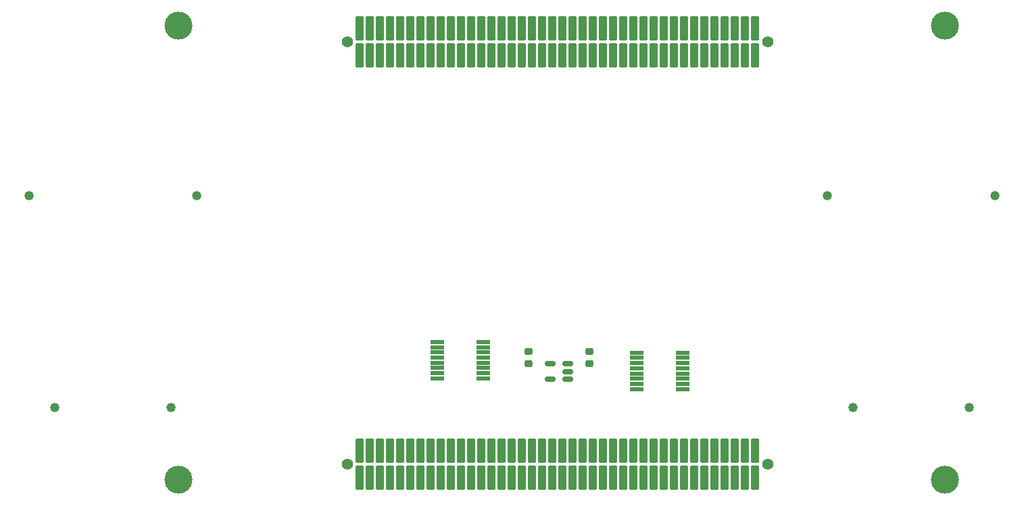
<source format=gbs>
%TF.GenerationSoftware,KiCad,Pcbnew,8.0.4-8.0.4-0~ubuntu24.04.1*%
%TF.CreationDate,2024-08-09T13:50:06+02:00*%
%TF.ProjectId,MainBoard,4d61696e-426f-4617-9264-2e6b69636164,rev?*%
%TF.SameCoordinates,Original*%
%TF.FileFunction,Soldermask,Bot*%
%TF.FilePolarity,Negative*%
%FSLAX46Y46*%
G04 Gerber Fmt 4.6, Leading zero omitted, Abs format (unit mm)*
G04 Created by KiCad (PCBNEW 8.0.4-8.0.4-0~ubuntu24.04.1) date 2024-08-09 13:50:06*
%MOMM*%
%LPD*%
G01*
G04 APERTURE LIST*
G04 Aperture macros list*
%AMRoundRect*
0 Rectangle with rounded corners*
0 $1 Rounding radius*
0 $2 $3 $4 $5 $6 $7 $8 $9 X,Y pos of 4 corners*
0 Add a 4 corners polygon primitive as box body*
4,1,4,$2,$3,$4,$5,$6,$7,$8,$9,$2,$3,0*
0 Add four circle primitives for the rounded corners*
1,1,$1+$1,$2,$3*
1,1,$1+$1,$4,$5*
1,1,$1+$1,$6,$7*
1,1,$1+$1,$8,$9*
0 Add four rect primitives between the rounded corners*
20,1,$1+$1,$2,$3,$4,$5,0*
20,1,$1+$1,$4,$5,$6,$7,0*
20,1,$1+$1,$6,$7,$8,$9,0*
20,1,$1+$1,$8,$9,$2,$3,0*%
G04 Aperture macros list end*
%ADD10C,1.190000*%
%ADD11C,3.500000*%
%ADD12RoundRect,0.102000X0.736600X0.177800X-0.736600X0.177800X-0.736600X-0.177800X0.736600X-0.177800X0*%
%ADD13RoundRect,0.150000X0.512500X0.150000X-0.512500X0.150000X-0.512500X-0.150000X0.512500X-0.150000X0*%
%ADD14C,1.420000*%
%ADD15RoundRect,0.102000X-0.370000X-1.395000X0.370000X-1.395000X0.370000X1.395000X-0.370000X1.395000X0*%
%ADD16RoundRect,0.225000X0.250000X-0.225000X0.250000X0.225000X-0.250000X0.225000X-0.250000X-0.225000X0*%
%ADD17RoundRect,0.102000X-0.736600X-0.177800X0.736600X-0.177800X0.736600X0.177800X-0.736600X0.177800X0*%
G04 APERTURE END LIST*
D10*
X48200000Y-95110000D03*
X33590000Y-95110000D03*
D11*
X145140000Y-47210000D03*
X49140000Y-104210000D03*
X49140000Y-47210000D03*
D10*
X148200000Y-95110000D03*
X133590000Y-95110000D03*
X151375000Y-68500000D03*
X130415000Y-68500000D03*
D11*
X145140000Y-104210000D03*
D10*
X51375000Y-68500000D03*
X30415000Y-68500000D03*
D12*
X112270200Y-88224600D03*
X112270200Y-88885000D03*
X112270200Y-89545400D03*
X112270200Y-90180400D03*
X112270200Y-90840800D03*
X112270200Y-91475800D03*
X112270200Y-92136200D03*
X112270200Y-92796600D03*
X106529800Y-92796600D03*
X106529800Y-92136200D03*
X106529800Y-91475800D03*
X106529800Y-90840800D03*
X106529800Y-90180400D03*
X106529800Y-89545400D03*
X106529800Y-88885000D03*
X106529800Y-88224600D03*
D13*
X97926500Y-89637500D03*
X97926500Y-90587500D03*
X97926500Y-91537500D03*
X95651500Y-91537500D03*
X95651500Y-89637500D03*
D14*
X70255000Y-102210000D03*
X122965000Y-102210000D03*
D15*
X121375000Y-100495000D03*
X121375000Y-103925000D03*
X120105000Y-100495000D03*
X120105000Y-103925000D03*
X118835000Y-100495000D03*
X118835000Y-103925000D03*
X117565000Y-100495000D03*
X117565000Y-103925000D03*
X116295000Y-100495000D03*
X116295000Y-103925000D03*
X115025000Y-100495000D03*
X115025000Y-103925000D03*
X113755000Y-100495000D03*
X113755000Y-103925000D03*
X112485000Y-100495000D03*
X112485000Y-103925000D03*
X111215000Y-100495000D03*
X111215000Y-103925000D03*
X109945000Y-100495000D03*
X109945000Y-103925000D03*
X108675000Y-100495000D03*
X108675000Y-103925000D03*
X107405000Y-100495000D03*
X107405000Y-103925000D03*
X106135000Y-100495000D03*
X106135000Y-103925000D03*
X104865000Y-100495000D03*
X104865000Y-103925000D03*
X103595000Y-100495000D03*
X103595000Y-103925000D03*
X102325000Y-100495000D03*
X102325000Y-103925000D03*
X101055000Y-100495000D03*
X101055000Y-103925000D03*
X99785000Y-100495000D03*
X99785000Y-103925000D03*
X98515000Y-100495000D03*
X98515000Y-103925000D03*
X97245000Y-100495000D03*
X97245000Y-103925000D03*
X95975000Y-100495000D03*
X95975000Y-103925000D03*
X94705000Y-100495000D03*
X94705000Y-103925000D03*
X93435000Y-100495000D03*
X93435000Y-103925000D03*
X92165000Y-100495000D03*
X92165000Y-103925000D03*
X90895000Y-100495000D03*
X90895000Y-103925000D03*
X89625000Y-100495000D03*
X89625000Y-103925000D03*
X88355000Y-100495000D03*
X88355000Y-103925000D03*
X87085000Y-100495000D03*
X87085000Y-103925000D03*
X85815000Y-100495000D03*
X85815000Y-103925000D03*
X84545000Y-100495000D03*
X84545000Y-103925000D03*
X83275000Y-100495000D03*
X83275000Y-103925000D03*
X82005000Y-100495000D03*
X82005000Y-103925000D03*
X80735000Y-100495000D03*
X80735000Y-103925000D03*
X79465000Y-100495000D03*
X79465000Y-103925000D03*
X78195000Y-100495000D03*
X78195000Y-103925000D03*
X76925000Y-100495000D03*
X76925000Y-103925000D03*
X75655000Y-100495000D03*
X75655000Y-103925000D03*
X74385000Y-100495000D03*
X74385000Y-103925000D03*
X73115000Y-100495000D03*
X73115000Y-103925000D03*
X71845000Y-100495000D03*
X71845000Y-103925000D03*
D16*
X93000000Y-89625000D03*
X93000000Y-88075000D03*
D17*
X81529800Y-91461000D03*
X81529800Y-90800600D03*
X81529800Y-90140200D03*
X81529800Y-89505200D03*
X81529800Y-88844800D03*
X81529800Y-88209800D03*
X81529800Y-87549400D03*
X81529800Y-86889000D03*
X87270200Y-86889000D03*
X87270200Y-87549400D03*
X87270200Y-88209800D03*
X87270200Y-88844800D03*
X87270200Y-89505200D03*
X87270200Y-90140200D03*
X87270200Y-90800600D03*
X87270200Y-91461000D03*
D14*
X70255000Y-49210000D03*
X122965000Y-49210000D03*
D15*
X121375000Y-47495000D03*
X121375000Y-50925000D03*
X120105000Y-47495000D03*
X120105000Y-50925000D03*
X118835000Y-47495000D03*
X118835000Y-50925000D03*
X117565000Y-47495000D03*
X117565000Y-50925000D03*
X116295000Y-47495000D03*
X116295000Y-50925000D03*
X115025000Y-47495000D03*
X115025000Y-50925000D03*
X113755000Y-47495000D03*
X113755000Y-50925000D03*
X112485000Y-47495000D03*
X112485000Y-50925000D03*
X111215000Y-47495000D03*
X111215000Y-50925000D03*
X109945000Y-47495000D03*
X109945000Y-50925000D03*
X108675000Y-47495000D03*
X108675000Y-50925000D03*
X107405000Y-47495000D03*
X107405000Y-50925000D03*
X106135000Y-47495000D03*
X106135000Y-50925000D03*
X104865000Y-47495000D03*
X104865000Y-50925000D03*
X103595000Y-47495000D03*
X103595000Y-50925000D03*
X102325000Y-47495000D03*
X102325000Y-50925000D03*
X101055000Y-47495000D03*
X101055000Y-50925000D03*
X99785000Y-47495000D03*
X99785000Y-50925000D03*
X98515000Y-47495000D03*
X98515000Y-50925000D03*
X97245000Y-47495000D03*
X97245000Y-50925000D03*
X95975000Y-47495000D03*
X95975000Y-50925000D03*
X94705000Y-47495000D03*
X94705000Y-50925000D03*
X93435000Y-47495000D03*
X93435000Y-50925000D03*
X92165000Y-47495000D03*
X92165000Y-50925000D03*
X90895000Y-47495000D03*
X90895000Y-50925000D03*
X89625000Y-47495000D03*
X89625000Y-50925000D03*
X88355000Y-47495000D03*
X88355000Y-50925000D03*
X87085000Y-47495000D03*
X87085000Y-50925000D03*
X85815000Y-47495000D03*
X85815000Y-50925000D03*
X84545000Y-47495000D03*
X84545000Y-50925000D03*
X83275000Y-47495000D03*
X83275000Y-50925000D03*
X82005000Y-47495000D03*
X82005000Y-50925000D03*
X80735000Y-47495000D03*
X80735000Y-50925000D03*
X79465000Y-47495000D03*
X79465000Y-50925000D03*
X78195000Y-47495000D03*
X78195000Y-50925000D03*
X76925000Y-47495000D03*
X76925000Y-50925000D03*
X75655000Y-47495000D03*
X75655000Y-50925000D03*
X74385000Y-47495000D03*
X74385000Y-50925000D03*
X73115000Y-47495000D03*
X73115000Y-50925000D03*
X71845000Y-47495000D03*
X71845000Y-50925000D03*
D16*
X100578000Y-89625000D03*
X100578000Y-88075000D03*
M02*

</source>
